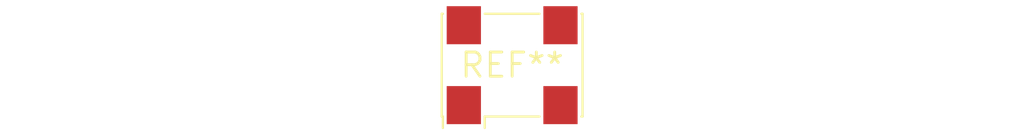
<source format=kicad_pcb>
(kicad_pcb (version 20240108) (generator pcbnew)
  (layers (0 "F.Cu" signal) (31 "B.Cu" signal) (34 "B.Paste" user) (35 "F.Paste" user) (36 "B.SilkS" user "B.Silkscreen") (37 "F.SilkS" user "F.Silkscreen") (38 "B.Mask" user) (39 "F.Mask" user) (44 "Edge.Cuts" user))
  (net 0 "")
  (footprint "Oscillator_SMD_SeikoEpson_SG8002CA-4Pin_7.0x5.0mm" (layer "F.Cu") (at 0 0)
    (property "Reference" "REF**")
    (property "Value" "Oscillator_SMD_SeikoEpson_SG8002CA-4Pin_7.0x5.0mm")
    (fp_line (start -3.7 -2.7) (end -3.64 -2.7) (layer "F.SilkS") (stroke (width 0.12)))
    (fp_line (start -3.7 2.7) (end -3.7 -2.7) (layer "F.SilkS") (stroke (width 0.12)))
    (fp_line (start -3.64 2.7) (end -3.7 2.7) (layer "F.SilkS") (stroke (width 0.12)))
    (fp_line (start -3.64 3.3) (end -3.64 2.7) (layer "F.SilkS") (stroke (width 0.12)))
    (fp_line (start -1.44 -2.7) (end 1.44 -2.7) (layer "F.SilkS") (stroke (width 0.12)))
    (fp_line (start -1.44 2.7) (end -1.44 3.3) (layer "F.SilkS") (stroke (width 0.12)))
    (fp_line (start 1.44 2.7) (end -1.44 2.7) (layer "F.SilkS") (stroke (width 0.12)))
    (fp_line (start 3.64 -2.7) (end 3.7 -2.7) (layer "F.SilkS") (stroke (width 0.12)))
    (fp_line (start 3.7 -2.7) (end 3.7 2.7) (layer "F.SilkS") (stroke (width 0.12)))
    (fp_line (start 3.7 2.7) (end 3.64 2.7) (layer "F.SilkS") (stroke (width 0.12)))
    (pad "1" smd rect (at -2.54 2.1) (size 1.8 2) (layers "F.Cu" "F.Paste" "F.Mask"))
    (pad "2" smd rect (at 2.54 2.1) (size 1.8 2) (layers "F.Cu" "F.Paste" "F.Mask"))
    (pad "3" smd rect (at 2.54 -2.1) (size 1.8 2) (layers "F.Cu" "F.Paste" "F.Mask"))
    (pad "4" smd rect (at -2.54 -2.1) (size 1.8 2) (layers "F.Cu" "F.Paste" "F.Mask"))
  )
)
</source>
